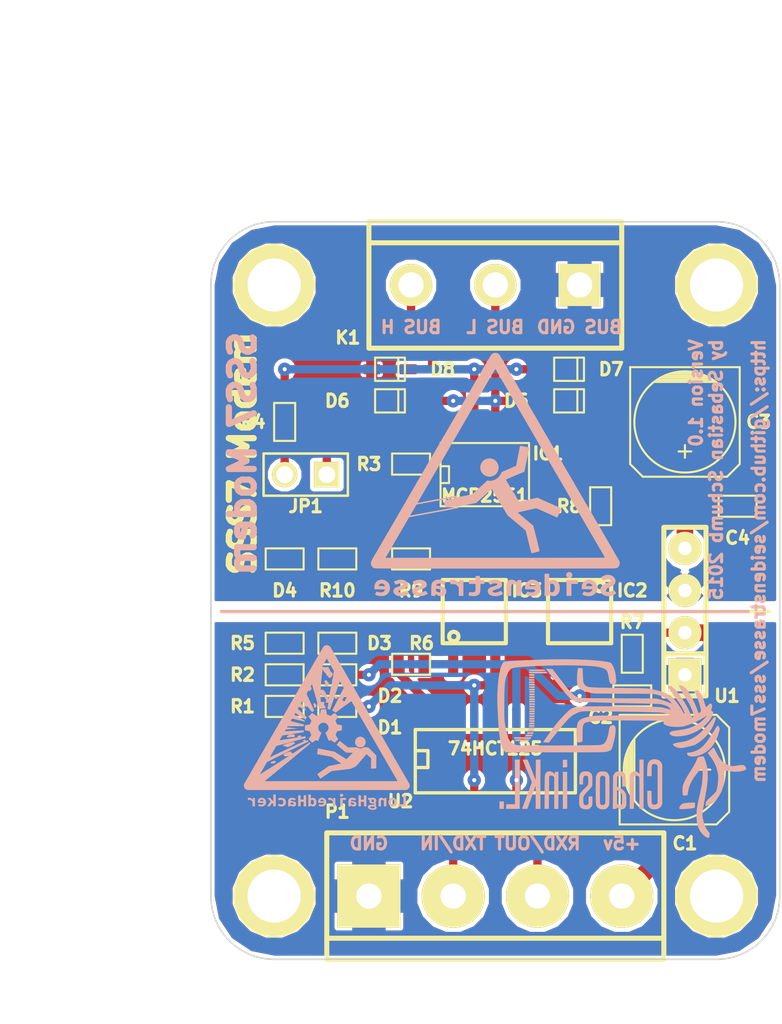
<source format=kicad_pcb>
(kicad_pcb (version 3) (host pcbnew "(2013-may-18)-stable")
  (layers (15 F.Cu signal) (0 B.Cu signal) (18 B.Paste user) (19 F.Paste user) (20 B.SilkS user) (21 F.SilkS user) (22 B.Mask user) (23 F.Mask user) (28 Edge.Cuts user))
  (net 0 "")
  (net 1 +5V)
  (net 2 BUS_5V)
  (net 3 BUS_GND)
  (net 4 GND)
  (net 5 N-0000020)
  (net 6 N-0000021)
  (net 7 N-0000022)
  (net 8 N-0000023)
  (net 9 N-0000024)
  (net 10 N-0000025)
  (net 11 N-0000026)
  (net 12 N-0000027)
  (net 13 N-000004)
  (net 14 N-000005)
  (net 15 N-000006)
  (net 16 N-000007)
  (net 17 RXD)
  (net 18 RXDout)
  (net 19 TXD)
  (net 20 TXDin)
  (module SO8E (layer F.Cu) (at 40.005 44.45)
    (fp_text reference IC1 (at 3.81 -1.27) (layer F.SilkS) (effects (font (size 0.75 0.75) (thickness 0.2))))
    (fp_text value MCP2551 (at 0 1.27) (layer F.SilkS) (effects (font (size 0.75 0.75) (thickness 0.1875))))
    (pad 8 smd rect (at -1.905 -2.667) (size 0.59944 1.39954) (layers F.Cu F.Paste F.Mask) (net 12 N-0000027))
    (pad 1 smd rect (at -1.905 2.667) (size 0.59944 1.39954) (layers F.Cu F.Paste F.Mask) (net 6 N-0000021))
    (pad 7 smd rect (at -0.635 -2.667) (size 0.59944 1.39954) (layers F.Cu F.Paste F.Mask) (net 10 N-0000025))
    (pad 6 smd rect (at 0.635 -2.667) (size 0.59944 1.39954) (layers F.Cu F.Paste F.Mask) (net 11 N-0000026))
    (pad 5 smd rect (at 1.905 -2.667) (size 0.59944 1.39954) (layers F.Cu F.Paste F.Mask))
    (pad 2 smd rect (at -0.635 2.667) (size 0.59944 1.39954) (layers F.Cu F.Paste F.Mask) (net 3 BUS_GND))
    (pad 3 smd rect (at 0.635 2.667) (size 0.59944 1.39954) (layers F.Cu F.Paste F.Mask) (net 2 BUS_5V))
    (pad 4 smd rect (at 1.905 2.667) (size 0.59944 1.39954) (layers F.Cu F.Paste F.Mask) (net 7 N-0000022))
  )
  (module SM0603 (layer F.Cu) (at 35.56 43.815 180)
    (fp_text reference R3 (at 2.54 0 180) (layer F.SilkS) (effects (font (size 0.75 0.75) (thickness 0.2))))
    (fp_text value 120 hide)
    (pad 1 smd rect (at -0.762 0 180) (size 0.635 1.143) (layers F.Cu F.Paste F.Mask) (net 12 N-0000027))
    (pad 2 smd rect (at 0.762 0 180) (size 0.635 1.143) (layers F.Cu F.Paste F.Mask) (net 3 BUS_GND))
  )
  (module SM0603 (layer F.Cu) (at 27.94 56.515)
    (fp_text reference R2 (at -2.54 0) (layer F.SilkS) (effects (font (size 0.75 0.75) (thickness 0.2))))
    (fp_text value 1k hide)
    (pad 1 smd rect (at -0.762 0) (size 0.635 1.143) (layers F.Cu F.Paste F.Mask) (net 1 +5V))
    (pad 2 smd rect (at 0.762 0) (size 0.635 1.143) (layers F.Cu F.Paste F.Mask) (net 14 N-000005))
  )
  (module SM0603 (layer F.Cu) (at 31.115 58.42)
    (fp_text reference D1 (at 3.175 1.27) (layer F.SilkS) (effects (font (size 0.75 0.75) (thickness 0.2))))
    (fp_text value LED hide)
    (pad 1 smd rect (at -0.762 0) (size 0.635 1.143) (layers F.Cu F.Paste F.Mask) (net 15 N-000006))
    (pad 2 smd rect (at 0.762 0) (size 0.635 1.143) (layers F.Cu F.Paste F.Mask) (net 19 TXD))
  )
  (module SM0603 (layer F.Cu) (at 31.115 56.515)
    (fp_text reference D2 (at 3.175 1.27) (layer F.SilkS) (effects (font (size 0.75 0.75) (thickness 0.2))))
    (fp_text value LED hide)
    (pad 1 smd rect (at -0.762 0) (size 0.635 1.143) (layers F.Cu F.Paste F.Mask) (net 14 N-000005))
    (pad 2 smd rect (at 0.762 0) (size 0.635 1.143) (layers F.Cu F.Paste F.Mask) (net 17 RXD))
  )
  (module SM0603 (layer F.Cu) (at 27.94 41.275 90)
    (fp_text reference R4 (at 0 -1.905 180) (layer F.SilkS) (effects (font (size 0.75 0.75) (thickness 0.2))))
    (fp_text value 60 hide)
    (pad 1 smd rect (at -0.762 0 90) (size 0.635 1.143) (layers F.Cu F.Paste F.Mask) (net 9 N-0000024))
    (pad 2 smd rect (at 0.762 0 90) (size 0.635 1.143) (layers F.Cu F.Paste F.Mask) (net 10 N-0000025))
  )
  (module SM0603 (layer F.Cu) (at 48.895 57.785)
    (fp_text reference C2 (at -1.905 1.27) (layer F.SilkS) (effects (font (size 0.75 0.75) (thickness 0.2))))
    (fp_text value 100nF hide)
    (pad 1 smd rect (at -0.762 0) (size 0.635 1.143) (layers F.Cu F.Paste F.Mask) (net 1 +5V))
    (pad 2 smd rect (at 0.762 0) (size 0.635 1.143) (layers F.Cu F.Paste F.Mask) (net 4 GND))
  )
  (module SM0603 (layer F.Cu) (at 27.94 54.61)
    (fp_text reference R5 (at -2.54 0) (layer F.SilkS) (effects (font (size 0.75 0.75) (thickness 0.2))))
    (fp_text value 1k hide)
    (pad 1 smd rect (at -0.762 0) (size 0.635 1.143) (layers F.Cu F.Paste F.Mask) (net 1 +5V))
    (pad 2 smd rect (at 0.762 0) (size 0.635 1.143) (layers F.Cu F.Paste F.Mask) (net 5 N-0000020))
  )
  (module SM0603 (layer F.Cu) (at 31.115 54.61)
    (fp_text reference D3 (at 2.54 0) (layer F.SilkS) (effects (font (size 0.75 0.75) (thickness 0.2))))
    (fp_text value LED hide)
    (pad 1 smd rect (at -0.762 0) (size 0.635 1.143) (layers F.Cu F.Paste F.Mask) (net 5 N-0000020))
    (pad 2 smd rect (at 0.762 0) (size 0.635 1.143) (layers F.Cu F.Paste F.Mask) (net 4 GND))
  )
  (module PIN_ARRAY_2X1 (layer F.Cu) (at 29.21 44.45 180)
    (fp_text reference JP1 (at 0 -1.905 180) (layer F.SilkS) (effects (font (size 0.75 0.75) (thickness 0.2))))
    (fp_text value JUMPER hide)
    (pad 1 thru_hole rect (at -1.27 0 180) (size 1.524 1.524) (drill 1.016) (layers *.Cu *.Mask F.SilkS) (net 11 N-0000026))
    (pad 2 thru_hole circle (at 1.27 0 180) (size 1.524 1.524) (drill 1.016) (layers *.Cu *.Mask F.SilkS) (net 9 N-0000024))
  )
  (module c_elec_6.3x5.8 (layer F.Cu) (at 51.435 62.23)
    (fp_text reference C1 (at 0.635 4.445) (layer F.SilkS) (effects (font (size 0.75 0.75) (thickness 0.2))))
    (fp_text value 47uF hide)
    (pad 1 smd rect (at 2.75082 0) (size 3.59918 1.6002) (layers F.Cu F.Paste F.Mask) (net 1 +5V))
    (pad 2 smd rect (at -2.75082 0) (size 3.59918 1.6002) (layers F.Cu F.Paste F.Mask) (net 4 GND))
  )
  (module bornier4 (layer F.Cu) (at 40.64 69.85)
    (fp_text reference P1 (at -9.525 -5.08) (layer F.SilkS) (effects (font (size 0.75 0.75) (thickness 0.2))))
    (fp_text value CONN_4 hide)
    (pad 2 thru_hole circle (at -2.54 0) (size 3.81 3.81) (drill 1.524) (layers *.Cu *.Mask F.SilkS) (net 20 TXDin))
    (pad 3 thru_hole circle (at 2.54 0) (size 3.81 3.81) (drill 1.524) (layers *.Cu *.Mask F.SilkS) (net 18 RXDout))
    (pad 1 thru_hole rect (at -7.62 0) (size 3.81 3.81) (drill 1.524) (layers *.Cu *.Mask F.SilkS) (net 4 GND))
    (pad 4 thru_hole circle (at 7.62 0) (size 3.81 3.81) (drill 1.524) (layers *.Cu *.Mask F.SilkS) (net 1 +5V))
  )
  (module bornier3 (layer F.Cu) (at 40.64 33.02 180)
    (fp_text reference K1 (at 8.89 -3.175 180) (layer F.SilkS) (effects (font (size 0.75 0.75) (thickness 0.2))))
    (fp_text value CONN_3 hide)
    (pad 1 thru_hole rect (at -5.08 0 180) (size 2.54 2.54) (drill 1.524) (layers *.Cu *.Mask F.SilkS) (net 3 BUS_GND))
    (pad 2 thru_hole circle (at 0 0 180) (size 2.54 2.54) (drill 1.524) (layers *.Cu *.Mask F.SilkS) (net 11 N-0000026))
    (pad 3 thru_hole circle (at 5.08 0 180) (size 2.54 2.54) (drill 1.524) (layers *.Cu *.Mask F.SilkS) (net 10 N-0000025))
  )
  (module SM0603 (layer F.Cu) (at 27.94 58.42)
    (fp_text reference R1 (at -2.54 0) (layer F.SilkS) (effects (font (size 0.75 0.75) (thickness 0.2))))
    (fp_text value 1k hide)
    (pad 1 smd rect (at -0.762 0) (size 0.635 1.143) (layers F.Cu F.Paste F.Mask) (net 1 +5V))
    (pad 2 smd rect (at 0.762 0) (size 0.635 1.143) (layers F.Cu F.Paste F.Mask) (net 15 N-000006))
  )
  (module 1pin (layer F.Cu) (at 53.975 69.85)
    (fp_text reference 1PIN hide)
    (fp_text value P*** hide)
    (pad 1 thru_hole circle (at 0 0) (size 4.5 4.5) (drill 3.2) (layers *.Cu *.Mask F.SilkS))
  )
  (module 1pin (layer F.Cu) (at 27.305 69.85)
    (fp_text reference 1PIN hide)
    (fp_text value P*** hide)
    (pad 1 thru_hole circle (at 0 0) (size 4.5 4.5) (drill 3.2) (layers *.Cu *.Mask F.SilkS))
  )
  (module 1pin (layer F.Cu) (at 53.975 33.02)
    (fp_text reference 1PIN hide)
    (fp_text value P*** hide)
    (pad 1 thru_hole circle (at 0 0) (size 4.5 4.5) (drill 3.2) (layers *.Cu *.Mask F.SilkS))
  )
  (module 1pin (layer F.Cu) (at 27.305 33.02)
    (fp_text reference 1PIN hide)
    (fp_text value P*** hide)
    (pad 1 thru_hole circle (at 0 0) (size 4.5 4.5) (drill 3.2) (layers *.Cu *.Mask F.SilkS))
  )
  (module SM0603 (layer F.Cu) (at 46.99 46.355 270)
    (fp_text reference R8 (at 0 1.905 360) (layer F.SilkS) (effects (font (size 0.75 0.75) (thickness 0.2))))
    (fp_text value 390 hide)
    (pad 1 smd rect (at -0.762 0 270) (size 0.635 1.143) (layers F.Cu F.Paste F.Mask) (net 2 BUS_5V))
    (pad 2 smd rect (at 0.762 0 270) (size 0.635 1.143) (layers F.Cu F.Paste F.Mask) (net 8 N-0000023))
  )
  (module SM0603 (layer F.Cu) (at 35.56 49.53)
    (fp_text reference R9 (at 0 1.905) (layer F.SilkS) (effects (font (size 0.75 0.75) (thickness 0.2))))
    (fp_text value 1k hide)
    (pad 1 smd rect (at -0.762 0) (size 0.635 1.143) (layers F.Cu F.Paste F.Mask) (net 2 BUS_5V))
    (pad 2 smd rect (at 0.762 0) (size 0.635 1.143) (layers F.Cu F.Paste F.Mask) (net 6 N-0000021))
  )
  (module SM0603 (layer F.Cu) (at 48.895 55.245 270)
    (fp_text reference R7 (at -1.905 0 360) (layer F.SilkS) (effects (font (size 0.75 0.75) (thickness 0.2))))
    (fp_text value R hide)
    (pad 1 smd rect (at -0.762 0 270) (size 0.635 1.143) (layers F.Cu F.Paste F.Mask) (net 1 +5V))
    (pad 2 smd rect (at 0.762 0 270) (size 0.635 1.143) (layers F.Cu F.Paste F.Mask) (net 17 RXD))
  )
  (module SM0603 (layer F.Cu) (at 35.56 55.88)
    (fp_text reference R6 (at 0.635 -1.27) (layer F.SilkS) (effects (font (size 0.75 0.75) (thickness 0.2))))
    (fp_text value 390 hide)
    (pad 1 smd rect (at -0.762 0) (size 0.635 1.143) (layers F.Cu F.Paste F.Mask) (net 1 +5V))
    (pad 2 smd rect (at 0.762 0) (size 0.635 1.143) (layers F.Cu F.Paste F.Mask) (net 13 N-000004))
  )
  (module SM0603 (layer F.Cu) (at 55.245 46.355)
    (fp_text reference C4 (at 0 1.905) (layer F.SilkS) (effects (font (size 0.75 0.75) (thickness 0.2))))
    (fp_text value 100nF hide)
    (pad 1 smd rect (at -0.762 0) (size 0.635 1.143) (layers F.Cu F.Paste F.Mask) (net 2 BUS_5V))
    (pad 2 smd rect (at 0.762 0) (size 0.635 1.143) (layers F.Cu F.Paste F.Mask) (net 3 BUS_GND))
  )
  (module SM0603 (layer F.Cu) (at 31.115 49.53 180)
    (fp_text reference R10 (at 0 -1.905 180) (layer F.SilkS) (effects (font (size 0.75 0.75) (thickness 0.2))))
    (fp_text value 1k hide)
    (pad 1 smd rect (at -0.762 0 180) (size 0.635 1.143) (layers F.Cu F.Paste F.Mask) (net 2 BUS_5V))
    (pad 2 smd rect (at 0.762 0 180) (size 0.635 1.143) (layers F.Cu F.Paste F.Mask) (net 16 N-000007))
  )
  (module SM0603 (layer F.Cu) (at 27.94 49.53 180)
    (fp_text reference D4 (at 0 -1.905 180) (layer F.SilkS) (effects (font (size 0.75 0.75) (thickness 0.2))))
    (fp_text value LED hide)
    (pad 1 smd rect (at -0.762 0 180) (size 0.635 1.143) (layers F.Cu F.Paste F.Mask) (net 16 N-000007))
    (pad 2 smd rect (at 0.762 0 180) (size 0.635 1.143) (layers F.Cu F.Paste F.Mask) (net 3 BUS_GND))
  )
  (module SIL-4 (layer F.Cu) (at 52.07 52.705 90)
    (fp_text reference U1 (at -5.08 2.54 180) (layer F.SilkS) (effects (font (size 0.75 0.75) (thickness 0.2))))
    (fp_text value SIM1-0505 hide)
    (pad 1 thru_hole rect (at -3.81 0 90) (size 2 2) (drill 0.8128) (layers *.Cu *.Mask F.SilkS) (net 4 GND))
    (pad 2 thru_hole circle (at -1.27 0 90) (size 2 2) (drill 0.8128) (layers *.Cu *.Mask F.SilkS) (net 1 +5V))
    (pad 3 thru_hole circle (at 1.27 0 90) (size 2 2) (drill 0.8128) (layers *.Cu *.Mask F.SilkS) (net 3 BUS_GND))
    (pad 4 thru_hole circle (at 3.81 0 90) (size 2 2) (drill 0.8128) (layers *.Cu *.Mask F.SilkS) (net 2 BUS_5V))
  )
  (module c_elec_6.3x5.8 (layer F.Cu) (at 52.07 41.275 270)
    (fp_text reference C3 (at 0 -4.445 360) (layer F.SilkS) (effects (font (size 0.75 0.75) (thickness 0.2))))
    (fp_text value 47uF hide)
    (pad 1 smd rect (at 2.75082 0 270) (size 3.59918 1.6002) (layers F.Cu F.Paste F.Mask) (net 2 BUS_5V))
    (pad 2 smd rect (at -2.75082 0 270) (size 3.59918 1.6002) (layers F.Cu F.Paste F.Mask) (net 3 BUS_GND))
  )
  (module SO14E (layer F.Cu) (at 40.64 61.595)
    (fp_text reference U2 (at -5.715 2.54) (layer F.SilkS) (effects (font (size 0.75 0.75) (thickness 0.2))))
    (fp_text value 74HCT125 (at 0 -0.635) (layer F.SilkS) (effects (font (size 0.75 0.75) (thickness 0.2))))
    (pad 1 smd rect (at -3.81 2.794) (size 0.508 1.143) (layers F.Cu F.Paste F.Mask) (net 4 GND))
    (pad 2 smd rect (at -2.54 2.794) (size 0.508 1.143) (layers F.Cu F.Paste F.Mask) (net 20 TXDin))
    (pad 3 smd rect (at -1.27 2.794) (size 0.508 1.143) (layers F.Cu F.Paste F.Mask) (net 19 TXD))
    (pad 4 smd rect (at 0 2.794) (size 0.508 1.143) (layers F.Cu F.Paste F.Mask) (net 4 GND))
    (pad 5 smd rect (at 1.27 2.794) (size 0.508 1.143) (layers F.Cu F.Paste F.Mask) (net 17 RXD))
    (pad 6 smd rect (at 2.54 2.794) (size 0.508 1.143) (layers F.Cu F.Paste F.Mask) (net 18 RXDout))
    (pad 7 smd rect (at 3.81 2.794) (size 0.508 1.143) (layers F.Cu F.Paste F.Mask) (net 4 GND))
    (pad 8 smd rect (at 3.81 -2.54) (size 0.508 1.143) (layers F.Cu F.Paste F.Mask))
    (pad 9 smd rect (at 2.54 -2.54) (size 0.508 1.143) (layers F.Cu F.Paste F.Mask))
    (pad 10 smd rect (at 1.27 -2.54) (size 0.508 1.143) (layers F.Cu F.Paste F.Mask))
    (pad 11 smd rect (at 0 -2.54) (size 0.508 1.143) (layers F.Cu F.Paste F.Mask))
    (pad 12 smd rect (at -1.27 -2.54) (size 0.508 1.143) (layers F.Cu F.Paste F.Mask))
    (pad 13 smd rect (at -2.54 -2.54) (size 0.508 1.143) (layers F.Cu F.Paste F.Mask))
    (pad 14 smd rect (at -3.81 -2.54) (size 0.508 1.143) (layers F.Cu F.Paste F.Mask) (net 1 +5V))
  )
  (module sod323 (layer F.Cu) (at 45.085 40.005)
    (fp_text reference D5 (at -3.175 0) (layer F.SilkS) (effects (font (size 0.75 0.75) (thickness 0.2))))
    (fp_text value DIODE hide)
    (pad 2 smd rect (at 1.09982 0) (size 1.00076 0.59944) (layers F.Cu F.Paste F.Mask) (net 2 BUS_5V))
    (pad 1 smd rect (at -1.09982 0) (size 1.00076 0.59944) (layers F.Cu F.Paste F.Mask) (net 11 N-0000026))
  )
  (module sod323 (layer F.Cu) (at 45.085 38.1)
    (fp_text reference D7 (at 2.54 0) (layer F.SilkS) (effects (font (size 0.75 0.75) (thickness 0.2))))
    (fp_text value DIODE hide)
    (pad 2 smd rect (at 1.09982 0) (size 1.00076 0.59944) (layers F.Cu F.Paste F.Mask) (net 2 BUS_5V))
    (pad 1 smd rect (at -1.09982 0) (size 1.00076 0.59944) (layers F.Cu F.Paste F.Mask) (net 10 N-0000025))
  )
  (module sod323 (layer F.Cu) (at 34.29 40.005)
    (fp_text reference D6 (at -3.175 0) (layer F.SilkS) (effects (font (size 0.75 0.75) (thickness 0.2))))
    (fp_text value DIODE hide)
    (pad 2 smd rect (at 1.09982 0) (size 1.00076 0.59944) (layers F.Cu F.Paste F.Mask) (net 11 N-0000026))
    (pad 1 smd rect (at -1.09982 0) (size 1.00076 0.59944) (layers F.Cu F.Paste F.Mask) (net 3 BUS_GND))
  )
  (module sod323 (layer F.Cu) (at 34.29 38.1)
    (fp_text reference D8 (at 3.175 0) (layer F.SilkS) (effects (font (size 0.75 0.75) (thickness 0.2))))
    (fp_text value DIODE hide)
    (pad 2 smd rect (at 1.09982 0) (size 1.00076 0.59944) (layers F.Cu F.Paste F.Mask) (net 10 N-0000025))
    (pad 1 smd rect (at -1.09982 0) (size 1.00076 0.59944) (layers F.Cu F.Paste F.Mask) (net 3 BUS_GND))
  )
  (module mfsop6 (layer F.Cu) (at 39.37 52.705)
    (fp_text reference IC3 (at 3.175 -1.27) (layer F.SilkS) (effects (font (size 0.75 0.75) (thickness 0.2))))
    (fp_text value LTV-352T hide)
    (pad 1 smd rect (at -1.27 3.175) (size 0.61 1.52) (layers F.Cu F.Paste F.Mask) (net 13 N-000004))
    (pad 3 smd rect (at 1.27 3.175) (size 0.61 1.52) (layers F.Cu F.Paste F.Mask) (net 19 TXD))
    (pad 4 smd rect (at 1.27 -3.175) (size 0.61 1.52) (layers F.Cu F.Paste F.Mask) (net 3 BUS_GND))
    (pad 6 smd rect (at -1.27 -3.175) (size 0.61 1.52) (layers F.Cu F.Paste F.Mask) (net 6 N-0000021))
  )
  (module mfsop6 (layer F.Cu) (at 45.72 52.705 180)
    (fp_text reference IC2 (at -3.175 1.27 180) (layer F.SilkS) (effects (font (size 0.75 0.75) (thickness 0.2))))
    (fp_text value LTV-352T hide)
    (pad 1 smd rect (at -1.27 3.175 180) (size 0.61 1.52) (layers F.Cu F.Paste F.Mask) (net 8 N-0000023))
    (pad 3 smd rect (at 1.27 3.175 180) (size 0.61 1.52) (layers F.Cu F.Paste F.Mask) (net 7 N-0000022))
    (pad 4 smd rect (at 1.27 -3.175 180) (size 0.61 1.52) (layers F.Cu F.Paste F.Mask) (net 4 GND))
    (pad 6 smd rect (at -1.27 -3.175 180) (size 0.61 1.52) (layers F.Cu F.Paste F.Mask) (net 17 RXD))
  )
  (module seidenstrasse_silkbot_15_00mm (layer B.Cu) (at 40.64 44.45)
    (fp_text reference G*** hide)
    (fp_text value seidenstrasse_silkbot_15_00mm hide)
  )
  (module chaosinkl_silkbot_15_00mm (layer B.Cu) (at 48.26 60.96)
    (fp_text reference G*** hide)
    (fp_text value chaosinkl_silkbot_15_00mm hide)
  )
  (module logo_hacker_silkbot_10_00mm (layer B.Cu) (at 30.48 59.69)
    (fp_text reference G*** hide)
    (fp_text value logo_hacker_silkbot_10_00mm hide)
  )
  (gr_line (start 24.13 52.705) (end 55.88 52.705) (angle 90) (layer B.SilkS) (width 0.2))
  (gr_text "BUS L" (at 40.64 35.56) (layer B.SilkS) (effects (font (size 0.75 0.75) (thickness 0.1875)) (justify mirror)))
  (gr_text "BUS H" (at 35.56 35.56) (layer B.SilkS) (effects (font (size 0.75 0.75) (thickness 0.1875)) (justify mirror)))
  (gr_text "BUS GND" (at 45.72 35.56) (layer B.SilkS) (effects (font (size 0.75 0.75) (thickness 0.1875)) (justify mirror)))
  (gr_text GND (at 33.02 66.675) (layer B.SilkS) (effects (font (size 0.75 0.75) (thickness 0.1875)) (justify mirror)))
  (gr_text +5v (at 48.26 66.675) (layer B.SilkS) (effects (font (size 0.75 0.75) (thickness 0.1875)) (justify mirror)))
  (gr_text RXD/OUT (at 43.18 66.675) (layer B.SilkS) (effects (font (size 0.75 0.75) (thickness 0.1875)) (justify mirror)))
  (gr_text TXD/IN (at 38.1 66.675) (layer B.SilkS) (effects (font (size 0.75 0.75) (thickness 0.1875)) (justify mirror)))
  (gr_text "SSS7 Modem" (at 25.4 43.18 90) (layer F.SilkS) (effects (font (size 1.5 1.5) (thickness 0.375))))
  (gr_text https://github.com/seidenstrasse/sss7modem (at 56.515 36.195 90) (layer B.SilkS) (effects (font (size 0.75 0.75) (thickness 0.1875)) (justify left mirror)))
  (gr_text "Version 1.0\nby Sebastian Schumb 2015\n" (at 53.34 36.195 90) (layer B.SilkS) (effects (font (size 0.75 0.75) (thickness 0.1875)) (justify left mirror)))
  (gr_text "SSS7 Modem" (at 25.4 43.18 90) (layer B.SilkS) (effects (font (size 1.5 1.5) (thickness 0.375)) (justify mirror)))
  (gr_line (start 23.495 69.85) (end 23.495 33.02) (angle 90) (layer Edge.Cuts) (width 0.1))
  (gr_line (start 53.975 73.66) (end 27.305 73.66) (angle 90) (layer Edge.Cuts) (width 0.1))
  (gr_line (start 57.785 33.02) (end 57.785 69.85) (angle 90) (layer Edge.Cuts) (width 0.1))
  (gr_line (start 27.305 29.21) (end 53.975 29.21) (angle 90) (layer Edge.Cuts) (width 0.1))
  (gr_arc (start 53.975 33.02) (end 53.975 29.21) (angle 90) (layer Edge.Cuts) (width 0.1))
  (gr_arc (start 27.305 33.02) (end 23.495 33.02) (angle 90) (layer Edge.Cuts) (width 0.1))
  (gr_arc (start 27.305 69.85) (end 27.305 73.66) (angle 90) (layer Edge.Cuts) (width 0.1))
  (gr_arc (start 53.975 69.85) (end 57.785 69.85) (angle 90) (layer Edge.Cuts) (width 0.1))
  (gr_line (start 53.975 52.705) (end 57.15 52.705) (angle 90) (layer F.SilkS) (width 0.2))
  (gr_line (start 48.26 52.705) (end 50.165 52.705) (angle 90) (layer F.SilkS) (width 0.2))
  (gr_line (start 41.91 52.705) (end 43.18 52.705) (angle 90) (layer F.SilkS) (width 0.2))
  (gr_line (start 24.13 52.705) (end 36.195 52.705) (angle 90) (layer F.SilkS) (width 0.2))
  (segment (start 46.99 60.325) (end 46.99 58.42) (width 0.5) (layer F.Cu) (net 1))
  (segment (start 47.625 57.785) (end 46.99 58.42) (width 0.5) (layer F.Cu) (net 1))
  (segment (start 47.625 57.785) (end 48.133 57.785) (width 0.5) (layer F.Cu) (net 1))
  (segment (start 54.18582 60.325) (end 51.435 60.325) (width 0.5) (layer F.Cu) (net 1))
  (segment (start 51.435 60.325) (end 46.99 60.325) (width 0.5) (layer F.Cu) (net 1))
  (segment (start 46.99 60.325) (end 36.83 60.325) (width 0.5) (layer F.Cu) (net 1))
  (segment (start 54.18582 60.325) (end 53.975 60.325) (width 0.5) (layer F.Cu) (net 1))
  (segment (start 53.975 60.325) (end 54.18582 60.325) (width 0.5) (layer F.Cu) (net 1))
  (segment (start 54.18582 62.23) (end 54.18582 60.325) (width 1) (layer F.Cu) (net 1))
  (segment (start 54.18582 60.325) (end 54.18582 55.245) (width 1) (layer F.Cu) (net 1))
  (segment (start 54.18582 55.245) (end 54.18582 54.82082) (width 1) (layer F.Cu) (net 1))
  (segment (start 53.34 53.975) (end 52.07 53.975) (width 1) (layer F.Cu) (net 1))
  (segment (start 54.18582 54.82082) (end 53.34 53.975) (width 1) (layer F.Cu) (net 1))
  (segment (start 53.975 64.135) (end 53.975 62.44082) (width 1) (layer F.Cu) (net 1))
  (segment (start 53.34 64.77) (end 53.975 64.135) (width 1) (layer F.Cu) (net 1))
  (segment (start 48.26 69.85) (end 53.34 64.77) (width 1) (layer F.Cu) (net 1))
  (segment (start 53.975 62.44082) (end 54.18582 62.23) (width 1) (layer F.Cu) (net 1))
  (segment (start 36.83 59.055) (end 36.83 60.325) (width 0.5) (layer F.Cu) (net 1))
  (segment (start 36.83 60.325) (end 34.29 60.325) (width 0.5) (layer F.Cu) (net 1))
  (segment (start 36.195 57.785) (end 34.925 56.515) (width 0.5) (layer F.Cu) (net 1))
  (segment (start 36.83 58.42) (end 36.195 57.785) (width 0.5) (layer F.Cu) (net 1))
  (segment (start 36.83 59.055) (end 36.83 58.42) (width 0.5) (layer F.Cu) (net 1))
  (segment (start 34.925 56.007) (end 34.798 55.88) (width 0.5) (layer F.Cu) (net 1))
  (segment (start 34.925 56.515) (end 34.925 56.007) (width 0.5) (layer F.Cu) (net 1))
  (segment (start 27.178 59.563) (end 27.178 58.42) (width 0.5) (layer F.Cu) (net 1))
  (segment (start 34.29 60.325) (end 27.94 60.325) (width 0.5) (layer F.Cu) (net 1))
  (segment (start 27.178 59.563) (end 27.94 60.325) (width 0.5) (layer F.Cu) (net 1))
  (segment (start 34.29 60.325) (end 34.29 60.325) (width 0.5) (layer F.Cu) (net 1))
  (segment (start 27.178 56.515) (end 27.178 58.42) (width 0.5) (layer F.Cu) (net 1))
  (segment (start 48.895 54.483) (end 50.292 54.483) (width 0.5) (layer F.Cu) (net 1))
  (segment (start 50.292 54.483) (end 50.8 53.975) (width 0.5) (layer F.Cu) (net 1))
  (segment (start 50.8 53.975) (end 52.07 53.975) (width 0.5) (layer F.Cu) (net 1))
  (segment (start 27.178 56.515) (end 27.178 54.61) (width 0.5) (layer F.Cu) (net 1))
  (segment (start 52.07 46.355) (end 54.483 46.355) (width 0.5) (layer F.Cu) (net 2))
  (segment (start 46.18482 40.005) (end 46.18482 44.45) (width 0.5) (layer F.Cu) (net 2))
  (segment (start 46.18482 44.45) (end 46.355 44.45) (width 0.5) (layer F.Cu) (net 2))
  (segment (start 46.99 45.593) (end 46.99 44.45) (width 0.5) (layer F.Cu) (net 2))
  (segment (start 40.64 45.72) (end 34.29 45.72) (width 0.5) (layer F.Cu) (net 2))
  (segment (start 33.655 46.355) (end 33.655 49.53) (width 0.5) (layer F.Cu) (net 2))
  (segment (start 34.29 45.72) (end 33.655 46.355) (width 0.5) (layer F.Cu) (net 2))
  (segment (start 31.877 49.53) (end 33.655 49.53) (width 0.5) (layer F.Cu) (net 2))
  (segment (start 33.655 49.53) (end 34.798 49.53) (width 0.5) (layer F.Cu) (net 2))
  (segment (start 47.625 44.45) (end 49.53 44.45) (width 0.5) (layer F.Cu) (net 2))
  (segment (start 49.95418 44.02582) (end 52.07 44.02582) (width 0.5) (layer F.Cu) (net 2))
  (segment (start 49.53 44.45) (end 49.95418 44.02582) (width 0.5) (layer F.Cu) (net 2))
  (segment (start 40.64 47.117) (end 40.64 45.72) (width 0.5) (layer F.Cu) (net 2))
  (segment (start 41.91 44.45) (end 46.355 44.45) (width 0.5) (layer F.Cu) (net 2))
  (segment (start 40.64 45.72) (end 41.91 44.45) (width 0.5) (layer F.Cu) (net 2))
  (segment (start 46.355 44.45) (end 46.99 44.45) (width 0.5) (layer F.Cu) (net 2))
  (segment (start 46.99 44.45) (end 47.625 44.45) (width 0.5) (layer F.Cu) (net 2))
  (segment (start 46.18482 38.1) (end 46.18482 40.005) (width 0.5) (layer F.Cu) (net 2))
  (segment (start 52.07 48.895) (end 52.07 46.355) (width 1) (layer F.Cu) (net 2))
  (segment (start 52.07 46.355) (end 52.07 44.02582) (width 1) (layer F.Cu) (net 2))
  (segment (start 28.702 54.61) (end 30.353 54.61) (width 0.5) (layer F.Cu) (net 5))
  (segment (start 38.1 49.53) (end 38.1 47.117) (width 0.5) (layer F.Cu) (net 6))
  (segment (start 38.1 49.53) (end 36.322 49.53) (width 0.5) (layer F.Cu) (net 6))
  (segment (start 41.91 47.117) (end 41.91 48.895) (width 0.5) (layer F.Cu) (net 7))
  (segment (start 42.545 49.53) (end 44.45 49.53) (width 0.5) (layer F.Cu) (net 7))
  (segment (start 41.91 48.895) (end 42.545 49.53) (width 0.5) (layer F.Cu) (net 7))
  (segment (start 46.99 49.53) (end 46.99 47.117) (width 0.5) (layer F.Cu) (net 8))
  (segment (start 27.94 44.45) (end 27.94 42.037) (width 0.5) (layer F.Cu) (net 9))
  (via (at 27.94 38.1) (size 0.8) (drill 0.25) (layers F.Cu B.Cu) (net 10))
  (segment (start 39.37 38.1) (end 27.94 38.1) (width 0.5) (layer B.Cu) (net 10))
  (segment (start 27.94 38.1) (end 27.94 40.513) (width 0.5) (layer F.Cu) (net 10))
  (segment (start 36.83 38.1) (end 36.83 36.83) (width 0.5) (layer F.Cu) (net 10))
  (segment (start 36.83 36.83) (end 36.83 36.195) (width 0.5) (layer F.Cu) (net 10))
  (segment (start 35.56 34.925) (end 35.56 33.02) (width 0.5) (layer F.Cu) (net 10))
  (segment (start 36.83 36.195) (end 35.56 34.925) (width 0.5) (layer F.Cu) (net 10))
  (segment (start 39.37 41.783) (end 39.37 38.1) (width 0.5) (layer F.Cu) (net 10))
  (segment (start 39.37 38.1) (end 39.37 38.1) (width 0.5) (layer F.Cu) (net 10))
  (via (at 39.37 38.1) (size 0.8) (drill 0.25) (layers F.Cu B.Cu) (net 10))
  (segment (start 41.91 38.1) (end 39.37 38.1) (width 0.5) (layer B.Cu) (net 10))
  (via (at 41.91 38.1) (size 0.8) (drill 0.25) (layers F.Cu B.Cu) (net 10))
  (segment (start 43.98518 38.1) (end 41.91 38.1) (width 0.5) (layer F.Cu) (net 10))
  (segment (start 35.38982 38.1) (end 36.83 38.1) (width 0.5) (layer F.Cu) (net 10))
  (segment (start 36.83 38.1) (end 39.37 38.1) (width 0.5) (layer F.Cu) (net 10))
  (segment (start 39.37 38.1) (end 39.54018 38.1) (width 0.5) (layer F.Cu) (net 10))
  (segment (start 34.925 41.91) (end 31.75 41.91) (width 0.5) (layer F.Cu) (net 11))
  (segment (start 35.38982 41.44518) (end 34.925 41.91) (width 0.5) (layer F.Cu) (net 11))
  (segment (start 35.38982 40.005) (end 35.38982 41.44518) (width 0.5) (layer F.Cu) (net 11))
  (segment (start 30.48 42.545) (end 30.48 44.45) (width 0.5) (layer F.Cu) (net 11))
  (segment (start 31.115 41.91) (end 30.48 42.545) (width 0.5) (layer F.Cu) (net 11))
  (segment (start 31.75 41.91) (end 31.115 41.91) (width 0.5) (layer F.Cu) (net 11))
  (segment (start 40.64 40.005) (end 40.64 33.02) (width 0.5) (layer F.Cu) (net 11))
  (segment (start 40.64 41.783) (end 40.64 40.64) (width 0.5) (layer F.Cu) (net 11))
  (segment (start 40.64 40.64) (end 40.64 40.005) (width 0.5) (layer F.Cu) (net 11))
  (segment (start 35.38982 40.005) (end 38.1 40.005) (width 0.5) (layer F.Cu) (net 11))
  (segment (start 42.545 40.005) (end 43.815 40.005) (width 0.5) (layer F.Cu) (net 11))
  (segment (start 40.46982 40.005) (end 42.545 40.005) (width 0.5) (layer F.Cu) (net 11))
  (segment (start 40.64 40.005) (end 40.46982 40.005) (width 0.5) (layer F.Cu) (net 11))
  (via (at 40.64 40.005) (size 0.8) (drill 0.25) (layers F.Cu B.Cu) (net 11))
  (segment (start 38.1 40.005) (end 40.64 40.005) (width 0.5) (layer B.Cu) (net 11))
  (via (at 38.1 40.005) (size 0.8) (drill 0.25) (layers F.Cu B.Cu) (net 11))
  (segment (start 36.322 43.815) (end 37.465 43.815) (width 0.5) (layer F.Cu) (net 12))
  (segment (start 38.1 43.18) (end 38.1 41.783) (width 0.5) (layer F.Cu) (net 12))
  (segment (start 37.465 43.815) (end 38.1 43.18) (width 0.5) (layer F.Cu) (net 12))
  (segment (start 38.1 55.88) (end 36.322 55.88) (width 0.5) (layer F.Cu) (net 13))
  (segment (start 28.702 56.515) (end 30.353 56.515) (width 0.5) (layer F.Cu) (net 14))
  (segment (start 28.702 58.42) (end 30.353 58.42) (width 0.5) (layer F.Cu) (net 15))
  (segment (start 30.353 49.53) (end 28.702 49.53) (width 0.5) (layer F.Cu) (net 16))
  (segment (start 42.545 55.88) (end 44.45 57.785) (width 0.5) (layer B.Cu) (net 17))
  (segment (start 41.91 55.88) (end 42.545 55.88) (width 0.5) (layer B.Cu) (net 17))
  (via (at 45.72 57.785) (size 0.8) (drill 0.25) (layers F.Cu B.Cu) (net 17))
  (segment (start 45.72 57.785) (end 44.45 57.785) (width 0.5) (layer B.Cu) (net 17))
  (segment (start 46.355 57.785) (end 46.99 57.15) (width 0.5) (layer F.Cu) (net 17))
  (segment (start 46.99 57.15) (end 46.99 55.88) (width 0.5) (layer F.Cu) (net 17))
  (segment (start 46.355 57.785) (end 45.72 57.785) (width 0.5) (layer F.Cu) (net 17))
  (segment (start 33.02 56.515) (end 31.877 56.515) (width 0.5) (layer F.Cu) (net 17))
  (segment (start 33.655 55.88) (end 41.91 55.88) (width 0.5) (layer B.Cu) (net 17))
  (segment (start 33.02 56.515) (end 33.655 55.88) (width 0.5) (layer B.Cu) (net 17))
  (via (at 33.02 56.515) (size 0.8) (drill 0.25) (layers F.Cu B.Cu) (net 17))
  (segment (start 41.91 64.389) (end 41.91 62.865) (width 0.5) (layer F.Cu) (net 17))
  (segment (start 41.91 55.88) (end 41.91 62.865) (width 0.5) (layer B.Cu) (net 17))
  (via (at 41.91 62.865) (size 0.8) (drill 0.25) (layers F.Cu B.Cu) (net 17))
  (segment (start 48.895 56.007) (end 47.752 56.007) (width 0.5) (layer F.Cu) (net 17))
  (segment (start 47.752 56.007) (end 47.625 55.88) (width 0.5) (layer F.Cu) (net 17))
  (segment (start 47.625 55.88) (end 46.99 55.88) (width 0.5) (layer F.Cu) (net 17))
  (segment (start 43.18 64.389) (end 43.18 70.485) (width 0.5) (layer F.Cu) (net 18))
  (via (at 33.02 58.42) (size 0.8) (drill 0.25) (layers F.Cu B.Cu) (net 19))
  (segment (start 34.29 57.15) (end 33.02 58.42) (width 0.5) (layer B.Cu) (net 19))
  (segment (start 39.37 57.15) (end 34.29 57.15) (width 0.5) (layer B.Cu) (net 19))
  (segment (start 33.02 58.42) (end 31.877 58.42) (width 0.5) (layer F.Cu) (net 19))
  (segment (start 40.64 55.88) (end 40.64 56.515) (width 0.5) (layer F.Cu) (net 19))
  (segment (start 39.37 57.15) (end 39.37 62.865) (width 0.5) (layer B.Cu) (net 19))
  (via (at 39.37 57.15) (size 0.8) (drill 0.25) (layers F.Cu B.Cu) (net 19))
  (segment (start 40.005 57.15) (end 39.37 57.15) (width 0.5) (layer F.Cu) (net 19))
  (segment (start 40.64 56.515) (end 40.005 57.15) (width 0.5) (layer F.Cu) (net 19))
  (segment (start 39.37 64.389) (end 39.37 62.865) (width 0.5) (layer F.Cu) (net 19))
  (via (at 39.37 62.865) (size 0.8) (drill 0.25) (layers F.Cu B.Cu) (net 19))
  (segment (start 39.37 62.865) (end 39.37 62.865) (width 0.5) (layer B.Cu) (net 19))
  (segment (start 38.1 70.485) (end 38.1 64.389) (width 0.5) (layer F.Cu) (net 20))
  (zone (net 3) (net_name BUS_GND) (layer F.Cu) (connect_pads (clearance 0.17)) (min_thickness 0.17) (fill (arc_segments 16) (thermal_gap 0.17) (thermal_bridge_width 2))
    (polygon (pts (xy 23.495 29.21) (xy 23.495 52.07) (xy 57.785 52.07) (xy 57.785 29.21)))
  )
  (zone (net 4) (net_name GND) (layer F.Cu) (connect_pads (clearance 0.17)) (min_thickness 0.17) (fill (arc_segments 16) (thermal_gap 0.17) (thermal_bridge_width 2))
    (polygon (pts (xy 23.495 53.34) (xy 57.785 53.34) (xy 57.785 73.66) (xy 23.495 73.66)))
  )
  (zone (net 3) (net_name BUS_GND) (layer B.Cu) (connect_pads (clearance 0.17)) (min_thickness 0.17) (fill (arc_segments 16) (thermal_gap 0.17) (thermal_bridge_width 2))
    (polygon (pts (xy 23.495 29.21) (xy 23.495 52.07) (xy 57.785 52.07) (xy 57.785 29.21)))
  )
  (zone (net 4) (net_name GND) (layer B.Cu) (connect_pads (clearance 0.17)) (min_thickness 0.17) (fill (arc_segments 16) (thermal_gap 0.17) (thermal_bridge_width 2))
    (polygon (pts (xy 23.495 53.34) (xy 23.495 73.66) (xy 57.785 73.66) (xy 57.785 53.34)))
  )
)
</source>
